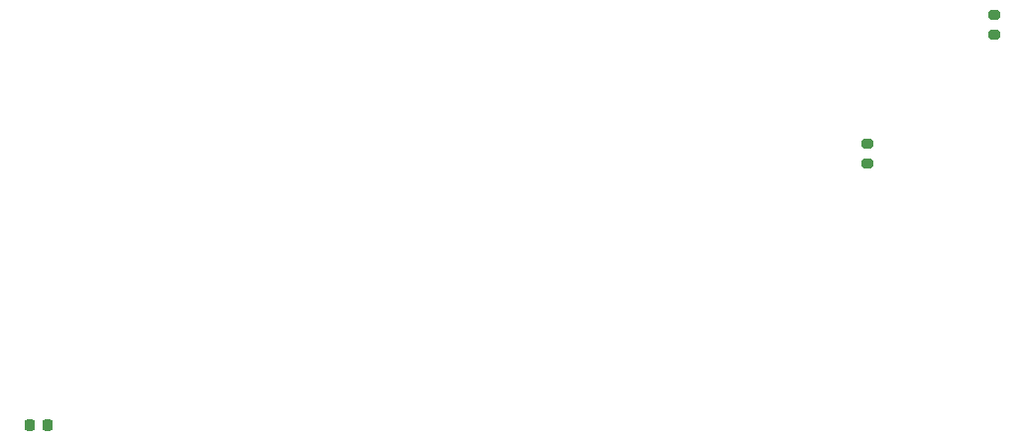
<source format=gbr>
%TF.GenerationSoftware,KiCad,Pcbnew,7.0.10*%
%TF.CreationDate,2024-02-06T13:15:05+02:00*%
%TF.ProjectId,EB-190,45422d31-3930-42e6-9b69-6361645f7063,rev?*%
%TF.SameCoordinates,Original*%
%TF.FileFunction,Paste,Bot*%
%TF.FilePolarity,Positive*%
%FSLAX46Y46*%
G04 Gerber Fmt 4.6, Leading zero omitted, Abs format (unit mm)*
G04 Created by KiCad (PCBNEW 7.0.10) date 2024-02-06 13:15:05*
%MOMM*%
%LPD*%
G01*
G04 APERTURE LIST*
G04 Aperture macros list*
%AMRoundRect*
0 Rectangle with rounded corners*
0 $1 Rounding radius*
0 $2 $3 $4 $5 $6 $7 $8 $9 X,Y pos of 4 corners*
0 Add a 4 corners polygon primitive as box body*
4,1,4,$2,$3,$4,$5,$6,$7,$8,$9,$2,$3,0*
0 Add four circle primitives for the rounded corners*
1,1,$1+$1,$2,$3*
1,1,$1+$1,$4,$5*
1,1,$1+$1,$6,$7*
1,1,$1+$1,$8,$9*
0 Add four rect primitives between the rounded corners*
20,1,$1+$1,$2,$3,$4,$5,0*
20,1,$1+$1,$4,$5,$6,$7,0*
20,1,$1+$1,$6,$7,$8,$9,0*
20,1,$1+$1,$8,$9,$2,$3,0*%
G04 Aperture macros list end*
%ADD10RoundRect,0.200000X0.275000X-0.200000X0.275000X0.200000X-0.275000X0.200000X-0.275000X-0.200000X0*%
%ADD11RoundRect,0.225000X0.225000X0.250000X-0.225000X0.250000X-0.225000X-0.250000X0.225000X-0.250000X0*%
G04 APERTURE END LIST*
D10*
%TO.C,R10*%
X211894901Y-30408250D03*
X211894901Y-28758250D03*
%TD*%
D11*
%TO.C,C3*%
X131077000Y-63754000D03*
X129527000Y-63754000D03*
%TD*%
D10*
%TO.C,R11*%
X201041000Y-41401000D03*
X201041000Y-39751000D03*
%TD*%
M02*

</source>
